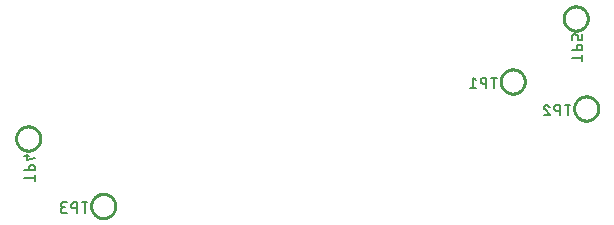
<source format=gbr>
G04 EAGLE Gerber RS-274X export*
G75*
%MOMM*%
%FSLAX34Y34*%
%LPD*%
%INSilkscreen Bottom*%
%IPPOS*%
%AMOC8*
5,1,8,0,0,1.08239X$1,22.5*%
G01*
%ADD10C,0.254000*%
%ADD11C,0.127000*%


D10*
X431721Y219710D02*
X431724Y219961D01*
X431733Y220212D01*
X431749Y220463D01*
X431770Y220714D01*
X431798Y220963D01*
X431832Y221212D01*
X431872Y221460D01*
X431918Y221708D01*
X431970Y221953D01*
X432028Y222198D01*
X432092Y222441D01*
X432162Y222682D01*
X432238Y222922D01*
X432320Y223159D01*
X432407Y223395D01*
X432500Y223628D01*
X432599Y223859D01*
X432704Y224088D01*
X432814Y224314D01*
X432930Y224537D01*
X433051Y224757D01*
X433178Y224974D01*
X433310Y225188D01*
X433447Y225398D01*
X433589Y225606D01*
X433736Y225809D01*
X433888Y226009D01*
X434045Y226206D01*
X434207Y226398D01*
X434373Y226586D01*
X434544Y226770D01*
X434720Y226950D01*
X434900Y227126D01*
X435084Y227297D01*
X435272Y227463D01*
X435464Y227625D01*
X435661Y227782D01*
X435861Y227934D01*
X436064Y228081D01*
X436272Y228223D01*
X436482Y228360D01*
X436696Y228492D01*
X436913Y228619D01*
X437133Y228740D01*
X437356Y228856D01*
X437582Y228966D01*
X437811Y229071D01*
X438042Y229170D01*
X438275Y229263D01*
X438511Y229350D01*
X438748Y229432D01*
X438988Y229508D01*
X439229Y229578D01*
X439472Y229642D01*
X439717Y229700D01*
X439962Y229752D01*
X440210Y229798D01*
X440458Y229838D01*
X440707Y229872D01*
X440956Y229900D01*
X441207Y229921D01*
X441458Y229937D01*
X441709Y229946D01*
X441960Y229949D01*
X442211Y229946D01*
X442462Y229937D01*
X442713Y229921D01*
X442964Y229900D01*
X443213Y229872D01*
X443462Y229838D01*
X443710Y229798D01*
X443958Y229752D01*
X444203Y229700D01*
X444448Y229642D01*
X444691Y229578D01*
X444932Y229508D01*
X445172Y229432D01*
X445409Y229350D01*
X445645Y229263D01*
X445878Y229170D01*
X446109Y229071D01*
X446338Y228966D01*
X446564Y228856D01*
X446787Y228740D01*
X447007Y228619D01*
X447224Y228492D01*
X447438Y228360D01*
X447648Y228223D01*
X447856Y228081D01*
X448059Y227934D01*
X448259Y227782D01*
X448456Y227625D01*
X448648Y227463D01*
X448836Y227297D01*
X449020Y227126D01*
X449200Y226950D01*
X449376Y226770D01*
X449547Y226586D01*
X449713Y226398D01*
X449875Y226206D01*
X450032Y226009D01*
X450184Y225809D01*
X450331Y225606D01*
X450473Y225398D01*
X450610Y225188D01*
X450742Y224974D01*
X450869Y224757D01*
X450990Y224537D01*
X451106Y224314D01*
X451216Y224088D01*
X451321Y223859D01*
X451420Y223628D01*
X451513Y223395D01*
X451600Y223159D01*
X451682Y222922D01*
X451758Y222682D01*
X451828Y222441D01*
X451892Y222198D01*
X451950Y221953D01*
X452002Y221708D01*
X452048Y221460D01*
X452088Y221212D01*
X452122Y220963D01*
X452150Y220714D01*
X452171Y220463D01*
X452187Y220212D01*
X452196Y219961D01*
X452199Y219710D01*
X452196Y219459D01*
X452187Y219208D01*
X452171Y218957D01*
X452150Y218706D01*
X452122Y218457D01*
X452088Y218208D01*
X452048Y217960D01*
X452002Y217712D01*
X451950Y217467D01*
X451892Y217222D01*
X451828Y216979D01*
X451758Y216738D01*
X451682Y216498D01*
X451600Y216261D01*
X451513Y216025D01*
X451420Y215792D01*
X451321Y215561D01*
X451216Y215332D01*
X451106Y215106D01*
X450990Y214883D01*
X450869Y214663D01*
X450742Y214446D01*
X450610Y214232D01*
X450473Y214022D01*
X450331Y213814D01*
X450184Y213611D01*
X450032Y213411D01*
X449875Y213214D01*
X449713Y213022D01*
X449547Y212834D01*
X449376Y212650D01*
X449200Y212470D01*
X449020Y212294D01*
X448836Y212123D01*
X448648Y211957D01*
X448456Y211795D01*
X448259Y211638D01*
X448059Y211486D01*
X447856Y211339D01*
X447648Y211197D01*
X447438Y211060D01*
X447224Y210928D01*
X447007Y210801D01*
X446787Y210680D01*
X446564Y210564D01*
X446338Y210454D01*
X446109Y210349D01*
X445878Y210250D01*
X445645Y210157D01*
X445409Y210070D01*
X445172Y209988D01*
X444932Y209912D01*
X444691Y209842D01*
X444448Y209778D01*
X444203Y209720D01*
X443958Y209668D01*
X443710Y209622D01*
X443462Y209582D01*
X443213Y209548D01*
X442964Y209520D01*
X442713Y209499D01*
X442462Y209483D01*
X442211Y209474D01*
X441960Y209471D01*
X441709Y209474D01*
X441458Y209483D01*
X441207Y209499D01*
X440956Y209520D01*
X440707Y209548D01*
X440458Y209582D01*
X440210Y209622D01*
X439962Y209668D01*
X439717Y209720D01*
X439472Y209778D01*
X439229Y209842D01*
X438988Y209912D01*
X438748Y209988D01*
X438511Y210070D01*
X438275Y210157D01*
X438042Y210250D01*
X437811Y210349D01*
X437582Y210454D01*
X437356Y210564D01*
X437133Y210680D01*
X436913Y210801D01*
X436696Y210928D01*
X436482Y211060D01*
X436272Y211197D01*
X436064Y211339D01*
X435861Y211486D01*
X435661Y211638D01*
X435464Y211795D01*
X435272Y211957D01*
X435084Y212123D01*
X434900Y212294D01*
X434720Y212470D01*
X434544Y212650D01*
X434373Y212834D01*
X434207Y213022D01*
X434045Y213214D01*
X433888Y213411D01*
X433736Y213611D01*
X433589Y213814D01*
X433447Y214022D01*
X433310Y214232D01*
X433178Y214446D01*
X433051Y214663D01*
X432930Y214883D01*
X432814Y215106D01*
X432704Y215332D01*
X432599Y215561D01*
X432500Y215792D01*
X432407Y216025D01*
X432320Y216261D01*
X432238Y216498D01*
X432162Y216738D01*
X432092Y216979D01*
X432028Y217222D01*
X431970Y217467D01*
X431918Y217712D01*
X431872Y217960D01*
X431832Y218208D01*
X431798Y218457D01*
X431770Y218706D01*
X431749Y218957D01*
X431733Y219208D01*
X431724Y219459D01*
X431721Y219710D01*
D11*
X426156Y222885D02*
X426156Y213995D01*
X428625Y222885D02*
X423686Y222885D01*
X419612Y222885D02*
X419612Y213995D01*
X419612Y222885D02*
X417143Y222885D01*
X417045Y222883D01*
X416947Y222877D01*
X416849Y222867D01*
X416752Y222854D01*
X416655Y222836D01*
X416559Y222815D01*
X416465Y222790D01*
X416371Y222761D01*
X416278Y222729D01*
X416187Y222692D01*
X416097Y222653D01*
X416009Y222609D01*
X415923Y222562D01*
X415838Y222512D01*
X415756Y222459D01*
X415676Y222402D01*
X415598Y222342D01*
X415523Y222279D01*
X415450Y222213D01*
X415380Y222144D01*
X415313Y222073D01*
X415248Y221999D01*
X415187Y221922D01*
X415128Y221843D01*
X415073Y221762D01*
X415021Y221679D01*
X414973Y221593D01*
X414928Y221506D01*
X414886Y221417D01*
X414848Y221327D01*
X414814Y221235D01*
X414783Y221142D01*
X414756Y221047D01*
X414733Y220952D01*
X414713Y220855D01*
X414698Y220759D01*
X414686Y220661D01*
X414678Y220563D01*
X414674Y220465D01*
X414674Y220367D01*
X414678Y220269D01*
X414686Y220171D01*
X414698Y220073D01*
X414713Y219977D01*
X414733Y219880D01*
X414756Y219785D01*
X414783Y219690D01*
X414814Y219597D01*
X414848Y219505D01*
X414886Y219415D01*
X414928Y219326D01*
X414973Y219239D01*
X415021Y219153D01*
X415073Y219070D01*
X415128Y218989D01*
X415187Y218910D01*
X415248Y218833D01*
X415313Y218759D01*
X415380Y218688D01*
X415450Y218619D01*
X415523Y218553D01*
X415598Y218490D01*
X415676Y218430D01*
X415756Y218373D01*
X415838Y218320D01*
X415923Y218270D01*
X416009Y218223D01*
X416097Y218179D01*
X416187Y218140D01*
X416278Y218103D01*
X416371Y218071D01*
X416465Y218042D01*
X416559Y218017D01*
X416655Y217996D01*
X416752Y217978D01*
X416849Y217965D01*
X416947Y217955D01*
X417045Y217949D01*
X417143Y217947D01*
X417143Y217946D02*
X419612Y217946D01*
X410947Y220909D02*
X408477Y222885D01*
X408477Y213995D01*
X406008Y213995D02*
X410947Y213995D01*
D10*
X493951Y196850D02*
X493954Y197101D01*
X493963Y197352D01*
X493979Y197603D01*
X494000Y197854D01*
X494028Y198103D01*
X494062Y198352D01*
X494102Y198600D01*
X494148Y198848D01*
X494200Y199093D01*
X494258Y199338D01*
X494322Y199581D01*
X494392Y199822D01*
X494468Y200062D01*
X494550Y200299D01*
X494637Y200535D01*
X494730Y200768D01*
X494829Y200999D01*
X494934Y201228D01*
X495044Y201454D01*
X495160Y201677D01*
X495281Y201897D01*
X495408Y202114D01*
X495540Y202328D01*
X495677Y202538D01*
X495819Y202746D01*
X495966Y202949D01*
X496118Y203149D01*
X496275Y203346D01*
X496437Y203538D01*
X496603Y203726D01*
X496774Y203910D01*
X496950Y204090D01*
X497130Y204266D01*
X497314Y204437D01*
X497502Y204603D01*
X497694Y204765D01*
X497891Y204922D01*
X498091Y205074D01*
X498294Y205221D01*
X498502Y205363D01*
X498712Y205500D01*
X498926Y205632D01*
X499143Y205759D01*
X499363Y205880D01*
X499586Y205996D01*
X499812Y206106D01*
X500041Y206211D01*
X500272Y206310D01*
X500505Y206403D01*
X500741Y206490D01*
X500978Y206572D01*
X501218Y206648D01*
X501459Y206718D01*
X501702Y206782D01*
X501947Y206840D01*
X502192Y206892D01*
X502440Y206938D01*
X502688Y206978D01*
X502937Y207012D01*
X503186Y207040D01*
X503437Y207061D01*
X503688Y207077D01*
X503939Y207086D01*
X504190Y207089D01*
X504441Y207086D01*
X504692Y207077D01*
X504943Y207061D01*
X505194Y207040D01*
X505443Y207012D01*
X505692Y206978D01*
X505940Y206938D01*
X506188Y206892D01*
X506433Y206840D01*
X506678Y206782D01*
X506921Y206718D01*
X507162Y206648D01*
X507402Y206572D01*
X507639Y206490D01*
X507875Y206403D01*
X508108Y206310D01*
X508339Y206211D01*
X508568Y206106D01*
X508794Y205996D01*
X509017Y205880D01*
X509237Y205759D01*
X509454Y205632D01*
X509668Y205500D01*
X509878Y205363D01*
X510086Y205221D01*
X510289Y205074D01*
X510489Y204922D01*
X510686Y204765D01*
X510878Y204603D01*
X511066Y204437D01*
X511250Y204266D01*
X511430Y204090D01*
X511606Y203910D01*
X511777Y203726D01*
X511943Y203538D01*
X512105Y203346D01*
X512262Y203149D01*
X512414Y202949D01*
X512561Y202746D01*
X512703Y202538D01*
X512840Y202328D01*
X512972Y202114D01*
X513099Y201897D01*
X513220Y201677D01*
X513336Y201454D01*
X513446Y201228D01*
X513551Y200999D01*
X513650Y200768D01*
X513743Y200535D01*
X513830Y200299D01*
X513912Y200062D01*
X513988Y199822D01*
X514058Y199581D01*
X514122Y199338D01*
X514180Y199093D01*
X514232Y198848D01*
X514278Y198600D01*
X514318Y198352D01*
X514352Y198103D01*
X514380Y197854D01*
X514401Y197603D01*
X514417Y197352D01*
X514426Y197101D01*
X514429Y196850D01*
X514426Y196599D01*
X514417Y196348D01*
X514401Y196097D01*
X514380Y195846D01*
X514352Y195597D01*
X514318Y195348D01*
X514278Y195100D01*
X514232Y194852D01*
X514180Y194607D01*
X514122Y194362D01*
X514058Y194119D01*
X513988Y193878D01*
X513912Y193638D01*
X513830Y193401D01*
X513743Y193165D01*
X513650Y192932D01*
X513551Y192701D01*
X513446Y192472D01*
X513336Y192246D01*
X513220Y192023D01*
X513099Y191803D01*
X512972Y191586D01*
X512840Y191372D01*
X512703Y191162D01*
X512561Y190954D01*
X512414Y190751D01*
X512262Y190551D01*
X512105Y190354D01*
X511943Y190162D01*
X511777Y189974D01*
X511606Y189790D01*
X511430Y189610D01*
X511250Y189434D01*
X511066Y189263D01*
X510878Y189097D01*
X510686Y188935D01*
X510489Y188778D01*
X510289Y188626D01*
X510086Y188479D01*
X509878Y188337D01*
X509668Y188200D01*
X509454Y188068D01*
X509237Y187941D01*
X509017Y187820D01*
X508794Y187704D01*
X508568Y187594D01*
X508339Y187489D01*
X508108Y187390D01*
X507875Y187297D01*
X507639Y187210D01*
X507402Y187128D01*
X507162Y187052D01*
X506921Y186982D01*
X506678Y186918D01*
X506433Y186860D01*
X506188Y186808D01*
X505940Y186762D01*
X505692Y186722D01*
X505443Y186688D01*
X505194Y186660D01*
X504943Y186639D01*
X504692Y186623D01*
X504441Y186614D01*
X504190Y186611D01*
X503939Y186614D01*
X503688Y186623D01*
X503437Y186639D01*
X503186Y186660D01*
X502937Y186688D01*
X502688Y186722D01*
X502440Y186762D01*
X502192Y186808D01*
X501947Y186860D01*
X501702Y186918D01*
X501459Y186982D01*
X501218Y187052D01*
X500978Y187128D01*
X500741Y187210D01*
X500505Y187297D01*
X500272Y187390D01*
X500041Y187489D01*
X499812Y187594D01*
X499586Y187704D01*
X499363Y187820D01*
X499143Y187941D01*
X498926Y188068D01*
X498712Y188200D01*
X498502Y188337D01*
X498294Y188479D01*
X498091Y188626D01*
X497891Y188778D01*
X497694Y188935D01*
X497502Y189097D01*
X497314Y189263D01*
X497130Y189434D01*
X496950Y189610D01*
X496774Y189790D01*
X496603Y189974D01*
X496437Y190162D01*
X496275Y190354D01*
X496118Y190551D01*
X495966Y190751D01*
X495819Y190954D01*
X495677Y191162D01*
X495540Y191372D01*
X495408Y191586D01*
X495281Y191803D01*
X495160Y192023D01*
X495044Y192246D01*
X494934Y192472D01*
X494829Y192701D01*
X494730Y192932D01*
X494637Y193165D01*
X494550Y193401D01*
X494468Y193638D01*
X494392Y193878D01*
X494322Y194119D01*
X494258Y194362D01*
X494200Y194607D01*
X494148Y194852D01*
X494102Y195100D01*
X494062Y195348D01*
X494028Y195597D01*
X494000Y195846D01*
X493979Y196097D01*
X493963Y196348D01*
X493954Y196599D01*
X493951Y196850D01*
D11*
X488386Y200025D02*
X488386Y191135D01*
X490855Y200025D02*
X485916Y200025D01*
X481842Y200025D02*
X481842Y191135D01*
X481842Y200025D02*
X479373Y200025D01*
X479275Y200023D01*
X479177Y200017D01*
X479079Y200007D01*
X478982Y199994D01*
X478885Y199976D01*
X478789Y199955D01*
X478695Y199930D01*
X478601Y199901D01*
X478508Y199869D01*
X478417Y199832D01*
X478327Y199793D01*
X478239Y199749D01*
X478153Y199702D01*
X478068Y199652D01*
X477986Y199599D01*
X477906Y199542D01*
X477828Y199482D01*
X477753Y199419D01*
X477680Y199353D01*
X477610Y199284D01*
X477543Y199213D01*
X477478Y199139D01*
X477417Y199062D01*
X477358Y198983D01*
X477303Y198902D01*
X477251Y198819D01*
X477203Y198733D01*
X477158Y198646D01*
X477116Y198557D01*
X477078Y198467D01*
X477044Y198375D01*
X477013Y198282D01*
X476986Y198187D01*
X476963Y198092D01*
X476943Y197995D01*
X476928Y197899D01*
X476916Y197801D01*
X476908Y197703D01*
X476904Y197605D01*
X476904Y197507D01*
X476908Y197409D01*
X476916Y197311D01*
X476928Y197213D01*
X476943Y197117D01*
X476963Y197020D01*
X476986Y196925D01*
X477013Y196830D01*
X477044Y196737D01*
X477078Y196645D01*
X477116Y196555D01*
X477158Y196466D01*
X477203Y196379D01*
X477251Y196293D01*
X477303Y196210D01*
X477358Y196129D01*
X477417Y196050D01*
X477478Y195973D01*
X477543Y195899D01*
X477610Y195828D01*
X477680Y195759D01*
X477753Y195693D01*
X477828Y195630D01*
X477906Y195570D01*
X477986Y195513D01*
X478068Y195460D01*
X478153Y195410D01*
X478239Y195363D01*
X478327Y195319D01*
X478417Y195280D01*
X478508Y195243D01*
X478601Y195211D01*
X478695Y195182D01*
X478789Y195157D01*
X478885Y195136D01*
X478982Y195118D01*
X479079Y195105D01*
X479177Y195095D01*
X479275Y195089D01*
X479373Y195087D01*
X479373Y195086D02*
X481842Y195086D01*
X470460Y200026D02*
X470368Y200024D01*
X470276Y200018D01*
X470185Y200009D01*
X470094Y199996D01*
X470004Y199979D01*
X469914Y199958D01*
X469826Y199934D01*
X469738Y199906D01*
X469652Y199874D01*
X469567Y199839D01*
X469484Y199800D01*
X469402Y199758D01*
X469322Y199713D01*
X469244Y199664D01*
X469168Y199612D01*
X469095Y199557D01*
X469023Y199499D01*
X468954Y199439D01*
X468888Y199375D01*
X468824Y199309D01*
X468764Y199240D01*
X468706Y199168D01*
X468651Y199095D01*
X468599Y199019D01*
X468550Y198941D01*
X468505Y198861D01*
X468463Y198779D01*
X468424Y198696D01*
X468389Y198611D01*
X468357Y198525D01*
X468329Y198437D01*
X468305Y198349D01*
X468284Y198259D01*
X468267Y198169D01*
X468254Y198078D01*
X468245Y197987D01*
X468239Y197895D01*
X468237Y197803D01*
X470460Y200025D02*
X470566Y200023D01*
X470671Y200017D01*
X470776Y200007D01*
X470881Y199994D01*
X470985Y199976D01*
X471088Y199955D01*
X471191Y199930D01*
X471293Y199901D01*
X471393Y199868D01*
X471492Y199832D01*
X471590Y199792D01*
X471686Y199748D01*
X471781Y199701D01*
X471873Y199651D01*
X471964Y199597D01*
X472053Y199539D01*
X472139Y199479D01*
X472223Y199415D01*
X472305Y199349D01*
X472385Y199279D01*
X472461Y199206D01*
X472535Y199131D01*
X472606Y199053D01*
X472674Y198972D01*
X472740Y198889D01*
X472802Y198803D01*
X472860Y198716D01*
X472916Y198626D01*
X472968Y198534D01*
X473017Y198440D01*
X473062Y198345D01*
X473104Y198248D01*
X473142Y198149D01*
X473176Y198050D01*
X468979Y196074D02*
X468910Y196143D01*
X468844Y196213D01*
X468781Y196287D01*
X468722Y196363D01*
X468665Y196441D01*
X468611Y196521D01*
X468561Y196604D01*
X468514Y196688D01*
X468471Y196775D01*
X468431Y196863D01*
X468395Y196952D01*
X468362Y197043D01*
X468333Y197135D01*
X468308Y197229D01*
X468287Y197323D01*
X468269Y197418D01*
X468256Y197514D01*
X468246Y197610D01*
X468240Y197706D01*
X468238Y197803D01*
X468979Y196074D02*
X473177Y191135D01*
X468238Y191135D01*
D10*
X85011Y114300D02*
X85014Y114551D01*
X85023Y114802D01*
X85039Y115053D01*
X85060Y115304D01*
X85088Y115553D01*
X85122Y115802D01*
X85162Y116050D01*
X85208Y116298D01*
X85260Y116543D01*
X85318Y116788D01*
X85382Y117031D01*
X85452Y117272D01*
X85528Y117512D01*
X85610Y117749D01*
X85697Y117985D01*
X85790Y118218D01*
X85889Y118449D01*
X85994Y118678D01*
X86104Y118904D01*
X86220Y119127D01*
X86341Y119347D01*
X86468Y119564D01*
X86600Y119778D01*
X86737Y119988D01*
X86879Y120196D01*
X87026Y120399D01*
X87178Y120599D01*
X87335Y120796D01*
X87497Y120988D01*
X87663Y121176D01*
X87834Y121360D01*
X88010Y121540D01*
X88190Y121716D01*
X88374Y121887D01*
X88562Y122053D01*
X88754Y122215D01*
X88951Y122372D01*
X89151Y122524D01*
X89354Y122671D01*
X89562Y122813D01*
X89772Y122950D01*
X89986Y123082D01*
X90203Y123209D01*
X90423Y123330D01*
X90646Y123446D01*
X90872Y123556D01*
X91101Y123661D01*
X91332Y123760D01*
X91565Y123853D01*
X91801Y123940D01*
X92038Y124022D01*
X92278Y124098D01*
X92519Y124168D01*
X92762Y124232D01*
X93007Y124290D01*
X93252Y124342D01*
X93500Y124388D01*
X93748Y124428D01*
X93997Y124462D01*
X94246Y124490D01*
X94497Y124511D01*
X94748Y124527D01*
X94999Y124536D01*
X95250Y124539D01*
X95501Y124536D01*
X95752Y124527D01*
X96003Y124511D01*
X96254Y124490D01*
X96503Y124462D01*
X96752Y124428D01*
X97000Y124388D01*
X97248Y124342D01*
X97493Y124290D01*
X97738Y124232D01*
X97981Y124168D01*
X98222Y124098D01*
X98462Y124022D01*
X98699Y123940D01*
X98935Y123853D01*
X99168Y123760D01*
X99399Y123661D01*
X99628Y123556D01*
X99854Y123446D01*
X100077Y123330D01*
X100297Y123209D01*
X100514Y123082D01*
X100728Y122950D01*
X100938Y122813D01*
X101146Y122671D01*
X101349Y122524D01*
X101549Y122372D01*
X101746Y122215D01*
X101938Y122053D01*
X102126Y121887D01*
X102310Y121716D01*
X102490Y121540D01*
X102666Y121360D01*
X102837Y121176D01*
X103003Y120988D01*
X103165Y120796D01*
X103322Y120599D01*
X103474Y120399D01*
X103621Y120196D01*
X103763Y119988D01*
X103900Y119778D01*
X104032Y119564D01*
X104159Y119347D01*
X104280Y119127D01*
X104396Y118904D01*
X104506Y118678D01*
X104611Y118449D01*
X104710Y118218D01*
X104803Y117985D01*
X104890Y117749D01*
X104972Y117512D01*
X105048Y117272D01*
X105118Y117031D01*
X105182Y116788D01*
X105240Y116543D01*
X105292Y116298D01*
X105338Y116050D01*
X105378Y115802D01*
X105412Y115553D01*
X105440Y115304D01*
X105461Y115053D01*
X105477Y114802D01*
X105486Y114551D01*
X105489Y114300D01*
X105486Y114049D01*
X105477Y113798D01*
X105461Y113547D01*
X105440Y113296D01*
X105412Y113047D01*
X105378Y112798D01*
X105338Y112550D01*
X105292Y112302D01*
X105240Y112057D01*
X105182Y111812D01*
X105118Y111569D01*
X105048Y111328D01*
X104972Y111088D01*
X104890Y110851D01*
X104803Y110615D01*
X104710Y110382D01*
X104611Y110151D01*
X104506Y109922D01*
X104396Y109696D01*
X104280Y109473D01*
X104159Y109253D01*
X104032Y109036D01*
X103900Y108822D01*
X103763Y108612D01*
X103621Y108404D01*
X103474Y108201D01*
X103322Y108001D01*
X103165Y107804D01*
X103003Y107612D01*
X102837Y107424D01*
X102666Y107240D01*
X102490Y107060D01*
X102310Y106884D01*
X102126Y106713D01*
X101938Y106547D01*
X101746Y106385D01*
X101549Y106228D01*
X101349Y106076D01*
X101146Y105929D01*
X100938Y105787D01*
X100728Y105650D01*
X100514Y105518D01*
X100297Y105391D01*
X100077Y105270D01*
X99854Y105154D01*
X99628Y105044D01*
X99399Y104939D01*
X99168Y104840D01*
X98935Y104747D01*
X98699Y104660D01*
X98462Y104578D01*
X98222Y104502D01*
X97981Y104432D01*
X97738Y104368D01*
X97493Y104310D01*
X97248Y104258D01*
X97000Y104212D01*
X96752Y104172D01*
X96503Y104138D01*
X96254Y104110D01*
X96003Y104089D01*
X95752Y104073D01*
X95501Y104064D01*
X95250Y104061D01*
X94999Y104064D01*
X94748Y104073D01*
X94497Y104089D01*
X94246Y104110D01*
X93997Y104138D01*
X93748Y104172D01*
X93500Y104212D01*
X93252Y104258D01*
X93007Y104310D01*
X92762Y104368D01*
X92519Y104432D01*
X92278Y104502D01*
X92038Y104578D01*
X91801Y104660D01*
X91565Y104747D01*
X91332Y104840D01*
X91101Y104939D01*
X90872Y105044D01*
X90646Y105154D01*
X90423Y105270D01*
X90203Y105391D01*
X89986Y105518D01*
X89772Y105650D01*
X89562Y105787D01*
X89354Y105929D01*
X89151Y106076D01*
X88951Y106228D01*
X88754Y106385D01*
X88562Y106547D01*
X88374Y106713D01*
X88190Y106884D01*
X88010Y107060D01*
X87834Y107240D01*
X87663Y107424D01*
X87497Y107612D01*
X87335Y107804D01*
X87178Y108001D01*
X87026Y108201D01*
X86879Y108404D01*
X86737Y108612D01*
X86600Y108822D01*
X86468Y109036D01*
X86341Y109253D01*
X86220Y109473D01*
X86104Y109696D01*
X85994Y109922D01*
X85889Y110151D01*
X85790Y110382D01*
X85697Y110615D01*
X85610Y110851D01*
X85528Y111088D01*
X85452Y111328D01*
X85382Y111569D01*
X85318Y111812D01*
X85260Y112057D01*
X85208Y112302D01*
X85162Y112550D01*
X85122Y112798D01*
X85088Y113047D01*
X85060Y113296D01*
X85039Y113547D01*
X85023Y113798D01*
X85014Y114049D01*
X85011Y114300D01*
D11*
X79446Y117475D02*
X79446Y108585D01*
X81915Y117475D02*
X76976Y117475D01*
X72902Y117475D02*
X72902Y108585D01*
X72902Y117475D02*
X70433Y117475D01*
X70335Y117473D01*
X70237Y117467D01*
X70139Y117457D01*
X70042Y117444D01*
X69945Y117426D01*
X69849Y117405D01*
X69755Y117380D01*
X69661Y117351D01*
X69568Y117319D01*
X69477Y117282D01*
X69387Y117243D01*
X69299Y117199D01*
X69213Y117152D01*
X69128Y117102D01*
X69046Y117049D01*
X68966Y116992D01*
X68888Y116932D01*
X68813Y116869D01*
X68740Y116803D01*
X68670Y116734D01*
X68603Y116663D01*
X68538Y116589D01*
X68477Y116512D01*
X68418Y116433D01*
X68363Y116352D01*
X68311Y116269D01*
X68263Y116183D01*
X68218Y116096D01*
X68176Y116007D01*
X68138Y115917D01*
X68104Y115825D01*
X68073Y115732D01*
X68046Y115637D01*
X68023Y115542D01*
X68003Y115445D01*
X67988Y115349D01*
X67976Y115251D01*
X67968Y115153D01*
X67964Y115055D01*
X67964Y114957D01*
X67968Y114859D01*
X67976Y114761D01*
X67988Y114663D01*
X68003Y114567D01*
X68023Y114470D01*
X68046Y114375D01*
X68073Y114280D01*
X68104Y114187D01*
X68138Y114095D01*
X68176Y114005D01*
X68218Y113916D01*
X68263Y113829D01*
X68311Y113743D01*
X68363Y113660D01*
X68418Y113579D01*
X68477Y113500D01*
X68538Y113423D01*
X68603Y113349D01*
X68670Y113278D01*
X68740Y113209D01*
X68813Y113143D01*
X68888Y113080D01*
X68966Y113020D01*
X69046Y112963D01*
X69128Y112910D01*
X69213Y112860D01*
X69299Y112813D01*
X69387Y112769D01*
X69477Y112730D01*
X69568Y112693D01*
X69661Y112661D01*
X69755Y112632D01*
X69849Y112607D01*
X69945Y112586D01*
X70042Y112568D01*
X70139Y112555D01*
X70237Y112545D01*
X70335Y112539D01*
X70433Y112537D01*
X70433Y112536D02*
X72902Y112536D01*
X64237Y108585D02*
X61767Y108585D01*
X61669Y108587D01*
X61571Y108593D01*
X61473Y108603D01*
X61376Y108616D01*
X61279Y108634D01*
X61183Y108655D01*
X61089Y108680D01*
X60995Y108709D01*
X60902Y108741D01*
X60811Y108778D01*
X60721Y108817D01*
X60633Y108861D01*
X60547Y108908D01*
X60462Y108958D01*
X60380Y109011D01*
X60300Y109068D01*
X60222Y109128D01*
X60147Y109191D01*
X60074Y109257D01*
X60004Y109326D01*
X59937Y109397D01*
X59872Y109471D01*
X59811Y109548D01*
X59752Y109627D01*
X59697Y109708D01*
X59645Y109791D01*
X59597Y109877D01*
X59552Y109964D01*
X59510Y110053D01*
X59472Y110143D01*
X59438Y110235D01*
X59407Y110328D01*
X59380Y110423D01*
X59357Y110518D01*
X59337Y110615D01*
X59322Y110711D01*
X59310Y110809D01*
X59302Y110907D01*
X59298Y111005D01*
X59298Y111103D01*
X59302Y111201D01*
X59310Y111299D01*
X59322Y111397D01*
X59337Y111493D01*
X59357Y111590D01*
X59380Y111685D01*
X59407Y111780D01*
X59438Y111873D01*
X59472Y111965D01*
X59510Y112055D01*
X59552Y112144D01*
X59597Y112231D01*
X59645Y112317D01*
X59697Y112400D01*
X59752Y112481D01*
X59811Y112560D01*
X59872Y112637D01*
X59937Y112711D01*
X60004Y112782D01*
X60074Y112851D01*
X60147Y112917D01*
X60222Y112980D01*
X60300Y113040D01*
X60380Y113097D01*
X60462Y113150D01*
X60547Y113200D01*
X60633Y113247D01*
X60721Y113291D01*
X60811Y113330D01*
X60902Y113367D01*
X60995Y113399D01*
X61089Y113428D01*
X61183Y113453D01*
X61279Y113474D01*
X61376Y113492D01*
X61473Y113505D01*
X61571Y113515D01*
X61669Y113521D01*
X61767Y113523D01*
X61273Y117475D02*
X64237Y117475D01*
X61273Y117475D02*
X61186Y117473D01*
X61098Y117467D01*
X61011Y117458D01*
X60925Y117444D01*
X60839Y117427D01*
X60755Y117406D01*
X60671Y117381D01*
X60588Y117352D01*
X60507Y117320D01*
X60427Y117285D01*
X60349Y117246D01*
X60272Y117203D01*
X60198Y117157D01*
X60126Y117108D01*
X60056Y117056D01*
X59988Y117000D01*
X59923Y116942D01*
X59860Y116881D01*
X59801Y116817D01*
X59744Y116750D01*
X59690Y116682D01*
X59639Y116610D01*
X59592Y116537D01*
X59547Y116462D01*
X59506Y116384D01*
X59469Y116305D01*
X59435Y116225D01*
X59405Y116143D01*
X59378Y116060D01*
X59355Y115975D01*
X59336Y115890D01*
X59321Y115804D01*
X59309Y115717D01*
X59301Y115630D01*
X59297Y115543D01*
X59297Y115455D01*
X59301Y115368D01*
X59309Y115281D01*
X59321Y115194D01*
X59336Y115108D01*
X59355Y115023D01*
X59378Y114938D01*
X59405Y114855D01*
X59435Y114773D01*
X59469Y114693D01*
X59506Y114614D01*
X59547Y114536D01*
X59592Y114461D01*
X59639Y114388D01*
X59690Y114316D01*
X59744Y114248D01*
X59801Y114181D01*
X59860Y114117D01*
X59923Y114056D01*
X59988Y113998D01*
X60056Y113942D01*
X60126Y113890D01*
X60198Y113841D01*
X60272Y113795D01*
X60349Y113752D01*
X60427Y113713D01*
X60507Y113678D01*
X60588Y113646D01*
X60671Y113617D01*
X60755Y113592D01*
X60839Y113571D01*
X60925Y113554D01*
X61011Y113540D01*
X61098Y113531D01*
X61186Y113525D01*
X61273Y113523D01*
X61273Y113524D02*
X63249Y113524D01*
D10*
X21511Y171450D02*
X21514Y171701D01*
X21523Y171952D01*
X21539Y172203D01*
X21560Y172454D01*
X21588Y172703D01*
X21622Y172952D01*
X21662Y173200D01*
X21708Y173448D01*
X21760Y173693D01*
X21818Y173938D01*
X21882Y174181D01*
X21952Y174422D01*
X22028Y174662D01*
X22110Y174899D01*
X22197Y175135D01*
X22290Y175368D01*
X22389Y175599D01*
X22494Y175828D01*
X22604Y176054D01*
X22720Y176277D01*
X22841Y176497D01*
X22968Y176714D01*
X23100Y176928D01*
X23237Y177138D01*
X23379Y177346D01*
X23526Y177549D01*
X23678Y177749D01*
X23835Y177946D01*
X23997Y178138D01*
X24163Y178326D01*
X24334Y178510D01*
X24510Y178690D01*
X24690Y178866D01*
X24874Y179037D01*
X25062Y179203D01*
X25254Y179365D01*
X25451Y179522D01*
X25651Y179674D01*
X25854Y179821D01*
X26062Y179963D01*
X26272Y180100D01*
X26486Y180232D01*
X26703Y180359D01*
X26923Y180480D01*
X27146Y180596D01*
X27372Y180706D01*
X27601Y180811D01*
X27832Y180910D01*
X28065Y181003D01*
X28301Y181090D01*
X28538Y181172D01*
X28778Y181248D01*
X29019Y181318D01*
X29262Y181382D01*
X29507Y181440D01*
X29752Y181492D01*
X30000Y181538D01*
X30248Y181578D01*
X30497Y181612D01*
X30746Y181640D01*
X30997Y181661D01*
X31248Y181677D01*
X31499Y181686D01*
X31750Y181689D01*
X32001Y181686D01*
X32252Y181677D01*
X32503Y181661D01*
X32754Y181640D01*
X33003Y181612D01*
X33252Y181578D01*
X33500Y181538D01*
X33748Y181492D01*
X33993Y181440D01*
X34238Y181382D01*
X34481Y181318D01*
X34722Y181248D01*
X34962Y181172D01*
X35199Y181090D01*
X35435Y181003D01*
X35668Y180910D01*
X35899Y180811D01*
X36128Y180706D01*
X36354Y180596D01*
X36577Y180480D01*
X36797Y180359D01*
X37014Y180232D01*
X37228Y180100D01*
X37438Y179963D01*
X37646Y179821D01*
X37849Y179674D01*
X38049Y179522D01*
X38246Y179365D01*
X38438Y179203D01*
X38626Y179037D01*
X38810Y178866D01*
X38990Y178690D01*
X39166Y178510D01*
X39337Y178326D01*
X39503Y178138D01*
X39665Y177946D01*
X39822Y177749D01*
X39974Y177549D01*
X40121Y177346D01*
X40263Y177138D01*
X40400Y176928D01*
X40532Y176714D01*
X40659Y176497D01*
X40780Y176277D01*
X40896Y176054D01*
X41006Y175828D01*
X41111Y175599D01*
X41210Y175368D01*
X41303Y175135D01*
X41390Y174899D01*
X41472Y174662D01*
X41548Y174422D01*
X41618Y174181D01*
X41682Y173938D01*
X41740Y173693D01*
X41792Y173448D01*
X41838Y173200D01*
X41878Y172952D01*
X41912Y172703D01*
X41940Y172454D01*
X41961Y172203D01*
X41977Y171952D01*
X41986Y171701D01*
X41989Y171450D01*
X41986Y171199D01*
X41977Y170948D01*
X41961Y170697D01*
X41940Y170446D01*
X41912Y170197D01*
X41878Y169948D01*
X41838Y169700D01*
X41792Y169452D01*
X41740Y169207D01*
X41682Y168962D01*
X41618Y168719D01*
X41548Y168478D01*
X41472Y168238D01*
X41390Y168001D01*
X41303Y167765D01*
X41210Y167532D01*
X41111Y167301D01*
X41006Y167072D01*
X40896Y166846D01*
X40780Y166623D01*
X40659Y166403D01*
X40532Y166186D01*
X40400Y165972D01*
X40263Y165762D01*
X40121Y165554D01*
X39974Y165351D01*
X39822Y165151D01*
X39665Y164954D01*
X39503Y164762D01*
X39337Y164574D01*
X39166Y164390D01*
X38990Y164210D01*
X38810Y164034D01*
X38626Y163863D01*
X38438Y163697D01*
X38246Y163535D01*
X38049Y163378D01*
X37849Y163226D01*
X37646Y163079D01*
X37438Y162937D01*
X37228Y162800D01*
X37014Y162668D01*
X36797Y162541D01*
X36577Y162420D01*
X36354Y162304D01*
X36128Y162194D01*
X35899Y162089D01*
X35668Y161990D01*
X35435Y161897D01*
X35199Y161810D01*
X34962Y161728D01*
X34722Y161652D01*
X34481Y161582D01*
X34238Y161518D01*
X33993Y161460D01*
X33748Y161408D01*
X33500Y161362D01*
X33252Y161322D01*
X33003Y161288D01*
X32754Y161260D01*
X32503Y161239D01*
X32252Y161223D01*
X32001Y161214D01*
X31750Y161211D01*
X31499Y161214D01*
X31248Y161223D01*
X30997Y161239D01*
X30746Y161260D01*
X30497Y161288D01*
X30248Y161322D01*
X30000Y161362D01*
X29752Y161408D01*
X29507Y161460D01*
X29262Y161518D01*
X29019Y161582D01*
X28778Y161652D01*
X28538Y161728D01*
X28301Y161810D01*
X28065Y161897D01*
X27832Y161990D01*
X27601Y162089D01*
X27372Y162194D01*
X27146Y162304D01*
X26923Y162420D01*
X26703Y162541D01*
X26486Y162668D01*
X26272Y162800D01*
X26062Y162937D01*
X25854Y163079D01*
X25651Y163226D01*
X25451Y163378D01*
X25254Y163535D01*
X25062Y163697D01*
X24874Y163863D01*
X24690Y164034D01*
X24510Y164210D01*
X24334Y164390D01*
X24163Y164574D01*
X23997Y164762D01*
X23835Y164954D01*
X23678Y165151D01*
X23526Y165351D01*
X23379Y165554D01*
X23237Y165762D01*
X23100Y165972D01*
X22968Y166186D01*
X22841Y166403D01*
X22720Y166623D01*
X22604Y166846D01*
X22494Y167072D01*
X22389Y167301D01*
X22290Y167532D01*
X22197Y167765D01*
X22110Y168001D01*
X22028Y168238D01*
X21952Y168478D01*
X21882Y168719D01*
X21818Y168962D01*
X21760Y169207D01*
X21708Y169452D01*
X21662Y169700D01*
X21622Y169948D01*
X21588Y170197D01*
X21560Y170446D01*
X21539Y170697D01*
X21523Y170948D01*
X21514Y171199D01*
X21511Y171450D01*
D11*
X28575Y137967D02*
X37465Y137967D01*
X37465Y135498D02*
X37465Y140437D01*
X37465Y144511D02*
X28575Y144511D01*
X37465Y144511D02*
X37465Y146980D01*
X37463Y147078D01*
X37457Y147176D01*
X37447Y147274D01*
X37434Y147371D01*
X37416Y147468D01*
X37395Y147564D01*
X37370Y147658D01*
X37341Y147752D01*
X37309Y147845D01*
X37272Y147936D01*
X37233Y148026D01*
X37189Y148114D01*
X37142Y148200D01*
X37092Y148285D01*
X37039Y148367D01*
X36982Y148447D01*
X36922Y148525D01*
X36859Y148600D01*
X36793Y148673D01*
X36724Y148743D01*
X36653Y148810D01*
X36579Y148875D01*
X36502Y148936D01*
X36423Y148995D01*
X36342Y149050D01*
X36259Y149102D01*
X36173Y149150D01*
X36086Y149195D01*
X35997Y149237D01*
X35907Y149275D01*
X35815Y149309D01*
X35722Y149340D01*
X35627Y149367D01*
X35532Y149390D01*
X35435Y149410D01*
X35339Y149425D01*
X35241Y149437D01*
X35143Y149445D01*
X35045Y149449D01*
X34947Y149449D01*
X34849Y149445D01*
X34751Y149437D01*
X34653Y149425D01*
X34557Y149410D01*
X34460Y149390D01*
X34365Y149367D01*
X34270Y149340D01*
X34177Y149309D01*
X34085Y149275D01*
X33995Y149237D01*
X33906Y149195D01*
X33819Y149150D01*
X33733Y149102D01*
X33650Y149050D01*
X33569Y148995D01*
X33490Y148936D01*
X33413Y148875D01*
X33339Y148810D01*
X33268Y148743D01*
X33199Y148673D01*
X33133Y148600D01*
X33070Y148525D01*
X33010Y148447D01*
X32953Y148367D01*
X32900Y148285D01*
X32850Y148200D01*
X32803Y148114D01*
X32759Y148026D01*
X32720Y147936D01*
X32683Y147845D01*
X32651Y147752D01*
X32622Y147658D01*
X32597Y147564D01*
X32576Y147468D01*
X32558Y147371D01*
X32545Y147274D01*
X32535Y147176D01*
X32529Y147078D01*
X32527Y146980D01*
X32526Y146980D02*
X32526Y144511D01*
X30551Y153176D02*
X37465Y155152D01*
X30551Y153176D02*
X30551Y158115D01*
X32526Y156633D02*
X28575Y156633D01*
D10*
X485061Y273050D02*
X485064Y273301D01*
X485073Y273552D01*
X485089Y273803D01*
X485110Y274054D01*
X485138Y274303D01*
X485172Y274552D01*
X485212Y274800D01*
X485258Y275048D01*
X485310Y275293D01*
X485368Y275538D01*
X485432Y275781D01*
X485502Y276022D01*
X485578Y276262D01*
X485660Y276499D01*
X485747Y276735D01*
X485840Y276968D01*
X485939Y277199D01*
X486044Y277428D01*
X486154Y277654D01*
X486270Y277877D01*
X486391Y278097D01*
X486518Y278314D01*
X486650Y278528D01*
X486787Y278738D01*
X486929Y278946D01*
X487076Y279149D01*
X487228Y279349D01*
X487385Y279546D01*
X487547Y279738D01*
X487713Y279926D01*
X487884Y280110D01*
X488060Y280290D01*
X488240Y280466D01*
X488424Y280637D01*
X488612Y280803D01*
X488804Y280965D01*
X489001Y281122D01*
X489201Y281274D01*
X489404Y281421D01*
X489612Y281563D01*
X489822Y281700D01*
X490036Y281832D01*
X490253Y281959D01*
X490473Y282080D01*
X490696Y282196D01*
X490922Y282306D01*
X491151Y282411D01*
X491382Y282510D01*
X491615Y282603D01*
X491851Y282690D01*
X492088Y282772D01*
X492328Y282848D01*
X492569Y282918D01*
X492812Y282982D01*
X493057Y283040D01*
X493302Y283092D01*
X493550Y283138D01*
X493798Y283178D01*
X494047Y283212D01*
X494296Y283240D01*
X494547Y283261D01*
X494798Y283277D01*
X495049Y283286D01*
X495300Y283289D01*
X495551Y283286D01*
X495802Y283277D01*
X496053Y283261D01*
X496304Y283240D01*
X496553Y283212D01*
X496802Y283178D01*
X497050Y283138D01*
X497298Y283092D01*
X497543Y283040D01*
X497788Y282982D01*
X498031Y282918D01*
X498272Y282848D01*
X498512Y282772D01*
X498749Y282690D01*
X498985Y282603D01*
X499218Y282510D01*
X499449Y282411D01*
X499678Y282306D01*
X499904Y282196D01*
X500127Y282080D01*
X500347Y281959D01*
X500564Y281832D01*
X500778Y281700D01*
X500988Y281563D01*
X501196Y281421D01*
X501399Y281274D01*
X501599Y281122D01*
X501796Y280965D01*
X501988Y280803D01*
X502176Y280637D01*
X502360Y280466D01*
X502540Y280290D01*
X502716Y280110D01*
X502887Y279926D01*
X503053Y279738D01*
X503215Y279546D01*
X503372Y279349D01*
X503524Y279149D01*
X503671Y278946D01*
X503813Y278738D01*
X503950Y278528D01*
X504082Y278314D01*
X504209Y278097D01*
X504330Y277877D01*
X504446Y277654D01*
X504556Y277428D01*
X504661Y277199D01*
X504760Y276968D01*
X504853Y276735D01*
X504940Y276499D01*
X505022Y276262D01*
X505098Y276022D01*
X505168Y275781D01*
X505232Y275538D01*
X505290Y275293D01*
X505342Y275048D01*
X505388Y274800D01*
X505428Y274552D01*
X505462Y274303D01*
X505490Y274054D01*
X505511Y273803D01*
X505527Y273552D01*
X505536Y273301D01*
X505539Y273050D01*
X505536Y272799D01*
X505527Y272548D01*
X505511Y272297D01*
X505490Y272046D01*
X505462Y271797D01*
X505428Y271548D01*
X505388Y271300D01*
X505342Y271052D01*
X505290Y270807D01*
X505232Y270562D01*
X505168Y270319D01*
X505098Y270078D01*
X505022Y269838D01*
X504940Y269601D01*
X504853Y269365D01*
X504760Y269132D01*
X504661Y268901D01*
X504556Y268672D01*
X504446Y268446D01*
X504330Y268223D01*
X504209Y268003D01*
X504082Y267786D01*
X503950Y267572D01*
X503813Y267362D01*
X503671Y267154D01*
X503524Y266951D01*
X503372Y266751D01*
X503215Y266554D01*
X503053Y266362D01*
X502887Y266174D01*
X502716Y265990D01*
X502540Y265810D01*
X502360Y265634D01*
X502176Y265463D01*
X501988Y265297D01*
X501796Y265135D01*
X501599Y264978D01*
X501399Y264826D01*
X501196Y264679D01*
X500988Y264537D01*
X500778Y264400D01*
X500564Y264268D01*
X500347Y264141D01*
X500127Y264020D01*
X499904Y263904D01*
X499678Y263794D01*
X499449Y263689D01*
X499218Y263590D01*
X498985Y263497D01*
X498749Y263410D01*
X498512Y263328D01*
X498272Y263252D01*
X498031Y263182D01*
X497788Y263118D01*
X497543Y263060D01*
X497298Y263008D01*
X497050Y262962D01*
X496802Y262922D01*
X496553Y262888D01*
X496304Y262860D01*
X496053Y262839D01*
X495802Y262823D01*
X495551Y262814D01*
X495300Y262811D01*
X495049Y262814D01*
X494798Y262823D01*
X494547Y262839D01*
X494296Y262860D01*
X494047Y262888D01*
X493798Y262922D01*
X493550Y262962D01*
X493302Y263008D01*
X493057Y263060D01*
X492812Y263118D01*
X492569Y263182D01*
X492328Y263252D01*
X492088Y263328D01*
X491851Y263410D01*
X491615Y263497D01*
X491382Y263590D01*
X491151Y263689D01*
X490922Y263794D01*
X490696Y263904D01*
X490473Y264020D01*
X490253Y264141D01*
X490036Y264268D01*
X489822Y264400D01*
X489612Y264537D01*
X489404Y264679D01*
X489201Y264826D01*
X489001Y264978D01*
X488804Y265135D01*
X488612Y265297D01*
X488424Y265463D01*
X488240Y265634D01*
X488060Y265810D01*
X487884Y265990D01*
X487713Y266174D01*
X487547Y266362D01*
X487385Y266554D01*
X487228Y266751D01*
X487076Y266951D01*
X486929Y267154D01*
X486787Y267362D01*
X486650Y267572D01*
X486518Y267786D01*
X486391Y268003D01*
X486270Y268223D01*
X486154Y268446D01*
X486044Y268672D01*
X485939Y268901D01*
X485840Y269132D01*
X485747Y269365D01*
X485660Y269601D01*
X485578Y269838D01*
X485502Y270078D01*
X485432Y270319D01*
X485368Y270562D01*
X485310Y270807D01*
X485258Y271052D01*
X485212Y271300D01*
X485172Y271548D01*
X485138Y271797D01*
X485110Y272046D01*
X485089Y272297D01*
X485073Y272548D01*
X485064Y272799D01*
X485061Y273050D01*
D11*
X492125Y239567D02*
X501015Y239567D01*
X501015Y237098D02*
X501015Y242037D01*
X501015Y246111D02*
X492125Y246111D01*
X501015Y246111D02*
X501015Y248580D01*
X501013Y248678D01*
X501007Y248776D01*
X500997Y248874D01*
X500984Y248971D01*
X500966Y249068D01*
X500945Y249164D01*
X500920Y249258D01*
X500891Y249352D01*
X500859Y249445D01*
X500822Y249536D01*
X500783Y249626D01*
X500739Y249714D01*
X500692Y249800D01*
X500642Y249885D01*
X500589Y249967D01*
X500532Y250047D01*
X500472Y250125D01*
X500409Y250200D01*
X500343Y250273D01*
X500274Y250343D01*
X500203Y250410D01*
X500129Y250475D01*
X500052Y250536D01*
X499973Y250595D01*
X499892Y250650D01*
X499809Y250702D01*
X499723Y250750D01*
X499636Y250795D01*
X499547Y250837D01*
X499457Y250875D01*
X499365Y250909D01*
X499272Y250940D01*
X499177Y250967D01*
X499082Y250990D01*
X498985Y251010D01*
X498889Y251025D01*
X498791Y251037D01*
X498693Y251045D01*
X498595Y251049D01*
X498497Y251049D01*
X498399Y251045D01*
X498301Y251037D01*
X498203Y251025D01*
X498107Y251010D01*
X498010Y250990D01*
X497915Y250967D01*
X497820Y250940D01*
X497727Y250909D01*
X497635Y250875D01*
X497545Y250837D01*
X497456Y250795D01*
X497369Y250750D01*
X497283Y250702D01*
X497200Y250650D01*
X497119Y250595D01*
X497040Y250536D01*
X496963Y250475D01*
X496889Y250410D01*
X496818Y250343D01*
X496749Y250273D01*
X496683Y250200D01*
X496620Y250125D01*
X496560Y250047D01*
X496503Y249967D01*
X496450Y249885D01*
X496400Y249800D01*
X496353Y249714D01*
X496309Y249626D01*
X496270Y249536D01*
X496233Y249445D01*
X496201Y249352D01*
X496172Y249258D01*
X496147Y249164D01*
X496126Y249068D01*
X496108Y248971D01*
X496095Y248874D01*
X496085Y248776D01*
X496079Y248678D01*
X496077Y248580D01*
X496076Y248580D02*
X496076Y246111D01*
X492125Y254776D02*
X492125Y257739D01*
X492127Y257828D01*
X492133Y257916D01*
X492143Y258004D01*
X492157Y258092D01*
X492175Y258179D01*
X492196Y258265D01*
X492222Y258350D01*
X492251Y258433D01*
X492284Y258516D01*
X492321Y258596D01*
X492361Y258675D01*
X492405Y258752D01*
X492452Y258828D01*
X492502Y258900D01*
X492556Y258971D01*
X492613Y259039D01*
X492673Y259105D01*
X492735Y259167D01*
X492801Y259227D01*
X492869Y259284D01*
X492940Y259338D01*
X493012Y259388D01*
X493087Y259435D01*
X493165Y259479D01*
X493244Y259519D01*
X493324Y259556D01*
X493407Y259589D01*
X493490Y259618D01*
X493575Y259644D01*
X493661Y259665D01*
X493748Y259683D01*
X493836Y259697D01*
X493924Y259707D01*
X494012Y259713D01*
X494101Y259715D01*
X495088Y259715D01*
X495174Y259713D01*
X495260Y259707D01*
X495346Y259698D01*
X495431Y259685D01*
X495516Y259668D01*
X495599Y259648D01*
X495682Y259624D01*
X495764Y259596D01*
X495844Y259565D01*
X495923Y259530D01*
X496000Y259492D01*
X496076Y259450D01*
X496150Y259406D01*
X496221Y259358D01*
X496291Y259307D01*
X496358Y259253D01*
X496423Y259196D01*
X496485Y259136D01*
X496545Y259074D01*
X496602Y259009D01*
X496656Y258942D01*
X496707Y258872D01*
X496755Y258801D01*
X496799Y258727D01*
X496841Y258651D01*
X496879Y258574D01*
X496914Y258495D01*
X496945Y258415D01*
X496973Y258333D01*
X496997Y258250D01*
X497017Y258167D01*
X497034Y258082D01*
X497047Y257997D01*
X497056Y257911D01*
X497062Y257825D01*
X497064Y257739D01*
X497064Y254776D01*
X501015Y254776D01*
X501015Y259715D01*
M02*

</source>
